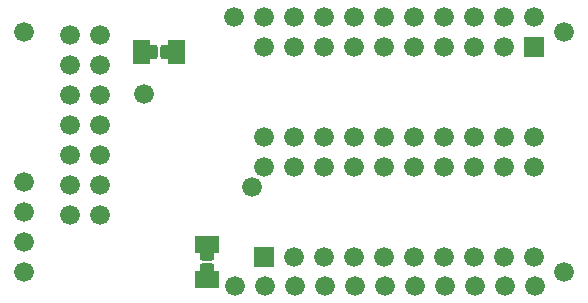
<source format=gbr>
G04 start of page 6 for group -4062 idx -4062 *
G04 Title: (unknown), soldermask *
G04 Creator: pcb 20100929 *
G04 CreationDate: Fri Apr  4 23:49:54 2014 UTC *
G04 For: xpi *
G04 Format: Gerber/RS-274X *
G04 PCB-Dimensions: 200000 100000 *
G04 PCB-Coordinate-Origin: lower left *
%MOIN*%
%FSLAX25Y25*%
%LNBACKMASK*%
%ADD11C,0.0200*%
%ADD26C,0.0660*%
%ADD28R,0.0257X0.0257*%
%ADD29R,0.0355X0.0355*%
%ADD30R,0.0572X0.0572*%
G54D26*X160000Y15000D03*
X170000D03*
Y85000D03*
Y55000D03*
X180000Y15000D03*
G54D11*G36*
X176700Y88300D02*Y81700D01*
X183300D01*
Y88300D01*
X176700D01*
G37*
G54D26*X180000Y55000D03*
Y45000D03*
X170000D03*
X160000D03*
Y55000D03*
X120000Y15000D03*
X130000D03*
X140000D03*
X150000D03*
G54D11*G36*
X86700Y18300D02*Y11700D01*
X93300D01*
Y18300D01*
X86700D01*
G37*
G54D26*X100000Y15000D03*
X110000D03*
X150000Y45000D03*
X140000D03*
X130000D03*
X120000D03*
X110000D03*
X100000D03*
X90000D03*
Y55000D03*
X100000D03*
X110000D03*
X160000Y85000D03*
X150000D03*
X140000D03*
X130000D03*
X120000D03*
X110000D03*
X100000D03*
X90000D03*
X120000Y55000D03*
X130000D03*
X140000D03*
X150000D03*
X190000Y10000D03*
Y90000D03*
X180000Y95000D03*
X10000Y90000D03*
Y10000D03*
Y20000D03*
Y30000D03*
Y40000D03*
X25500Y89000D03*
X35500D03*
X25500Y79000D03*
X35500D03*
X25500Y69000D03*
X35500D03*
X50000Y69500D03*
X25500Y59000D03*
Y49000D03*
X35500Y59000D03*
Y49000D03*
X25500Y39000D03*
Y29000D03*
X35500D03*
Y39000D03*
X170000Y95000D03*
X160000D03*
X150000D03*
X140000D03*
X130000D03*
X120000D03*
X110000D03*
X100000D03*
X90000D03*
X80000D03*
X86000Y38500D03*
X180500Y5500D03*
X170500D03*
X160500D03*
X150500D03*
X140500D03*
X130500D03*
X120500D03*
X110500D03*
X100500D03*
X90500D03*
X80500D03*
G54D28*X70607Y15074D02*X71393D01*
X70607Y11926D02*X71393D01*
G54D29*X70508Y10941D02*X71492D01*
G54D30*X69819Y7595D02*X72181D01*
G54D29*X70508Y16059D02*X71492D01*
G54D30*X69819Y19405D02*X72181D01*
G54D28*X53426Y83893D02*Y83107D01*
X56574Y83893D02*Y83107D01*
G54D29*X52441Y83992D02*Y83008D01*
X57559Y83992D02*Y83008D01*
G54D30*X49095Y84681D02*Y82319D01*
X60905Y84681D02*Y82319D01*
M02*

</source>
